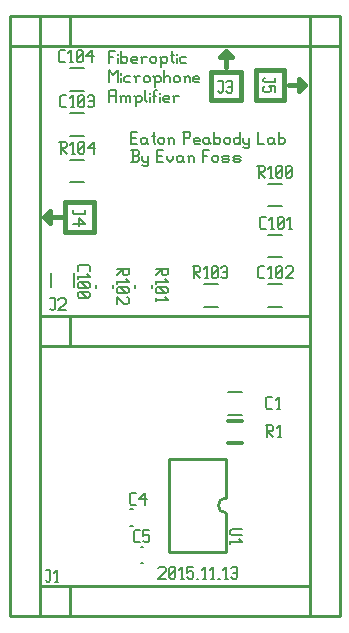
<source format=gto>
G04 start of page 8 for group -4079 idx -4079 *
G04 Title: (unknown), topsilk *
G04 Creator: pcb 20140316 *
G04 CreationDate: Mon 16 Nov 2015 12:26:51 PM GMT UTC *
G04 For: fosse *
G04 Format: Gerber/RS-274X *
G04 PCB-Dimensions (mil): 1250.00 2150.00 *
G04 PCB-Coordinate-Origin: lower left *
%MOIN*%
%FSLAX25Y25*%
%LNTOPSILK*%
%ADD70C,0.0130*%
%ADD69C,0.0080*%
%ADD68C,0.0100*%
%ADD67C,0.0060*%
%ADD66C,0.0150*%
G54D66*X19000Y141500D02*X17000Y143500D01*
X19000Y145500D02*Y141500D01*
X17000Y143500D02*X19000Y145500D01*
X17000Y143500D02*X22500D01*
X24000Y148500D02*Y138500D01*
X33500D01*
Y148500D02*Y138500D01*
X24000Y148500D02*X33500D01*
X87500Y192500D02*X97000D01*
X87500D02*Y182500D01*
X97000D01*
X102000Y189500D02*X104000Y187500D01*
X102000Y189500D02*Y185500D01*
X104000Y187500D02*X102000Y185500D01*
X98500Y187500D02*X104000D01*
X97000Y192500D02*Y182500D01*
X75500Y197000D02*X77500Y199000D01*
X75500Y197000D02*X79500D01*
X72500Y192000D02*X82500D01*
X72500D02*Y182500D01*
X82500D01*
Y192000D02*Y182500D01*
X77500Y199000D02*X79500Y197000D01*
X77500Y199000D02*Y193500D01*
G54D67*X38500Y199000D02*Y195000D01*
Y199000D02*X40500D01*
X38500Y197000D02*X40000D01*
X41700Y198000D02*Y197500D01*
Y196500D02*Y195000D01*
X42700Y199000D02*Y195000D01*
Y195500D02*X43200Y195000D01*
X44200D01*
X44700Y195500D01*
Y196500D02*Y195500D01*
X44200Y197000D02*X44700Y196500D01*
X43200Y197000D02*X44200D01*
X42700Y196500D02*X43200Y197000D01*
X46400Y195000D02*X47900D01*
X45900Y195500D02*X46400Y195000D01*
X45900Y196500D02*Y195500D01*
Y196500D02*X46400Y197000D01*
X47400D01*
X47900Y196500D01*
X45900Y196000D02*X47900D01*
Y196500D02*Y196000D01*
X49600Y196500D02*Y195000D01*
Y196500D02*X50100Y197000D01*
X51100D01*
X49100D02*X49600Y196500D01*
X52300D02*Y195500D01*
Y196500D02*X52800Y197000D01*
X53800D01*
X54300Y196500D01*
Y195500D01*
X53800Y195000D02*X54300Y195500D01*
X52800Y195000D02*X53800D01*
X52300Y195500D02*X52800Y195000D01*
X56000Y196500D02*Y193500D01*
X55500Y197000D02*X56000Y196500D01*
X56500Y197000D01*
X57500D01*
X58000Y196500D01*
Y195500D01*
X57500Y195000D02*X58000Y195500D01*
X56500Y195000D02*X57500D01*
X56000Y195500D02*X56500Y195000D01*
X59700Y199000D02*Y195500D01*
X60200Y195000D01*
X59200Y197500D02*X60200D01*
X61200Y198000D02*Y197500D01*
Y196500D02*Y195000D01*
X62700Y197000D02*X64200D01*
X62200Y196500D02*X62700Y197000D01*
X62200Y196500D02*Y195500D01*
X62700Y195000D01*
X64200D01*
X38500Y192500D02*Y188500D01*
Y192500D02*X40000Y191000D01*
X41500Y192500D01*
Y188500D01*
X42700Y191500D02*Y191000D01*
Y190000D02*Y188500D01*
X44200Y190500D02*X45700D01*
X43700Y190000D02*X44200Y190500D01*
X43700Y190000D02*Y189000D01*
X44200Y188500D01*
X45700D01*
X47400Y190000D02*Y188500D01*
Y190000D02*X47900Y190500D01*
X48900D01*
X46900D02*X47400Y190000D01*
X50100D02*Y189000D01*
Y190000D02*X50600Y190500D01*
X51600D01*
X52100Y190000D01*
Y189000D01*
X51600Y188500D02*X52100Y189000D01*
X50600Y188500D02*X51600D01*
X50100Y189000D02*X50600Y188500D01*
X53800Y190000D02*Y187000D01*
X53300Y190500D02*X53800Y190000D01*
X54300Y190500D01*
X55300D01*
X55800Y190000D01*
Y189000D01*
X55300Y188500D02*X55800Y189000D01*
X54300Y188500D02*X55300D01*
X53800Y189000D02*X54300Y188500D01*
X57000Y192500D02*Y188500D01*
Y190000D02*X57500Y190500D01*
X58500D01*
X59000Y190000D01*
Y188500D01*
X60200Y190000D02*Y189000D01*
Y190000D02*X60700Y190500D01*
X61700D01*
X62200Y190000D01*
Y189000D01*
X61700Y188500D02*X62200Y189000D01*
X60700Y188500D02*X61700D01*
X60200Y189000D02*X60700Y188500D01*
X63900Y190000D02*Y188500D01*
Y190000D02*X64400Y190500D01*
X64900D01*
X65400Y190000D01*
Y188500D01*
X63400Y190500D02*X63900Y190000D01*
X67100Y188500D02*X68600D01*
X66600Y189000D02*X67100Y188500D01*
X66600Y190000D02*Y189000D01*
Y190000D02*X67100Y190500D01*
X68100D01*
X68600Y190000D01*
X66600Y189500D02*X68600D01*
Y190000D02*Y189500D01*
X38500Y185500D02*Y182000D01*
Y185500D02*X39000Y186000D01*
X40500D01*
X41000Y185500D01*
Y182000D01*
X38500Y184000D02*X41000D01*
X42700Y183500D02*Y182000D01*
Y183500D02*X43200Y184000D01*
X43700D01*
X44200Y183500D01*
Y182000D01*
Y183500D02*X44700Y184000D01*
X45200D01*
X45700Y183500D01*
Y182000D01*
X42200Y184000D02*X42700Y183500D01*
X47400D02*Y180500D01*
X46900Y184000D02*X47400Y183500D01*
X47900Y184000D01*
X48900D01*
X49400Y183500D01*
Y182500D01*
X48900Y182000D02*X49400Y182500D01*
X47900Y182000D02*X48900D01*
X47400Y182500D02*X47900Y182000D01*
X50600Y186000D02*Y182500D01*
X51100Y182000D01*
X52100Y185000D02*Y184500D01*
Y183500D02*Y182000D01*
X53600Y185500D02*Y182000D01*
Y185500D02*X54100Y186000D01*
X54600D01*
X53100Y184000D02*X54100D01*
X55600Y185000D02*Y184500D01*
Y183500D02*Y182000D01*
X57100D02*X58600D01*
X56600Y182500D02*X57100Y182000D01*
X56600Y183500D02*Y182500D01*
Y183500D02*X57100Y184000D01*
X58100D01*
X58600Y183500D01*
X56600Y183000D02*X58600D01*
Y183500D02*Y183000D01*
X60300Y183500D02*Y182000D01*
Y183500D02*X60800Y184000D01*
X61800D01*
X59800D02*X60300Y183500D01*
X55000Y26500D02*X55500Y27000D01*
X57000D01*
X57500Y26500D01*
Y25500D01*
X55000Y23000D02*X57500Y25500D01*
X55000Y23000D02*X57500D01*
X58700Y23500D02*X59200Y23000D01*
X58700Y26500D02*Y23500D01*
Y26500D02*X59200Y27000D01*
X60200D01*
X60700Y26500D01*
Y23500D01*
X60200Y23000D02*X60700Y23500D01*
X59200Y23000D02*X60200D01*
X58700Y24000D02*X60700Y26000D01*
X62400Y23000D02*X63400D01*
X62900Y27000D02*Y23000D01*
X61900Y26000D02*X62900Y27000D01*
X64600D02*X66600D01*
X64600D02*Y25000D01*
X65100Y25500D01*
X66100D01*
X66600Y25000D01*
Y23500D01*
X66100Y23000D02*X66600Y23500D01*
X65100Y23000D02*X66100D01*
X64600Y23500D02*X65100Y23000D01*
X67800D02*X68300D01*
X70000D02*X71000D01*
X70500Y27000D02*Y23000D01*
X69500Y26000D02*X70500Y27000D01*
X72700Y23000D02*X73700D01*
X73200Y27000D02*Y23000D01*
X72200Y26000D02*X73200Y27000D01*
X74900Y23000D02*X75400D01*
X77100D02*X78100D01*
X77600Y27000D02*Y23000D01*
X76600Y26000D02*X77600Y27000D01*
X79300Y26500D02*X79800Y27000D01*
X80800D01*
X81300Y26500D01*
Y23500D01*
X80800Y23000D02*X81300Y23500D01*
X79800Y23000D02*X80800D01*
X79300Y23500D02*X79800Y23000D01*
Y25000D02*X81300D01*
X46000Y170000D02*X47500D01*
X46000Y168000D02*X48000D01*
X46000Y172000D02*Y168000D01*
Y172000D02*X48000D01*
X50700Y170000D02*X51200Y169500D01*
X49700Y170000D02*X50700D01*
X49200Y169500D02*X49700Y170000D01*
X49200Y169500D02*Y168500D01*
X49700Y168000D01*
X51200Y170000D02*Y168500D01*
X51700Y168000D01*
X49700D02*X50700D01*
X51200Y168500D01*
X53400Y172000D02*Y168500D01*
X53900Y168000D01*
X52900Y170500D02*X53900D01*
X54900Y169500D02*Y168500D01*
Y169500D02*X55400Y170000D01*
X56400D01*
X56900Y169500D01*
Y168500D01*
X56400Y168000D02*X56900Y168500D01*
X55400Y168000D02*X56400D01*
X54900Y168500D02*X55400Y168000D01*
X58600Y169500D02*Y168000D01*
Y169500D02*X59100Y170000D01*
X59600D01*
X60100Y169500D01*
Y168000D01*
X58100Y170000D02*X58600Y169500D01*
X63600Y172000D02*Y168000D01*
X63100Y172000D02*X65100D01*
X65600Y171500D01*
Y170500D01*
X65100Y170000D02*X65600Y170500D01*
X63600Y170000D02*X65100D01*
X67300Y168000D02*X68800D01*
X66800Y168500D02*X67300Y168000D01*
X66800Y169500D02*Y168500D01*
Y169500D02*X67300Y170000D01*
X68300D01*
X68800Y169500D01*
X66800Y169000D02*X68800D01*
Y169500D02*Y169000D01*
X71500Y170000D02*X72000Y169500D01*
X70500Y170000D02*X71500D01*
X70000Y169500D02*X70500Y170000D01*
X70000Y169500D02*Y168500D01*
X70500Y168000D01*
X72000Y170000D02*Y168500D01*
X72500Y168000D01*
X70500D02*X71500D01*
X72000Y168500D01*
X73700Y172000D02*Y168000D01*
Y168500D02*X74200Y168000D01*
X75200D01*
X75700Y168500D01*
Y169500D02*Y168500D01*
X75200Y170000D02*X75700Y169500D01*
X74200Y170000D02*X75200D01*
X73700Y169500D02*X74200Y170000D01*
X76900Y169500D02*Y168500D01*
Y169500D02*X77400Y170000D01*
X78400D01*
X78900Y169500D01*
Y168500D01*
X78400Y168000D02*X78900Y168500D01*
X77400Y168000D02*X78400D01*
X76900Y168500D02*X77400Y168000D01*
X82100Y172000D02*Y168000D01*
X81600D02*X82100Y168500D01*
X80600Y168000D02*X81600D01*
X80100Y168500D02*X80600Y168000D01*
X80100Y169500D02*Y168500D01*
Y169500D02*X80600Y170000D01*
X81600D01*
X82100Y169500D01*
X83300Y170000D02*Y168500D01*
X83800Y168000D01*
X85300Y170000D02*Y167000D01*
X84800Y166500D02*X85300Y167000D01*
X83800Y166500D02*X84800D01*
X83300Y167000D02*X83800Y166500D01*
Y168000D02*X84800D01*
X85300Y168500D01*
X88300Y172000D02*Y168000D01*
X90300D01*
X93000Y170000D02*X93500Y169500D01*
X92000Y170000D02*X93000D01*
X91500Y169500D02*X92000Y170000D01*
X91500Y169500D02*Y168500D01*
X92000Y168000D01*
X93500Y170000D02*Y168500D01*
X94000Y168000D01*
X92000D02*X93000D01*
X93500Y168500D01*
X95200Y172000D02*Y168000D01*
Y168500D02*X95700Y168000D01*
X96700D01*
X97200Y168500D01*
Y169500D02*Y168500D01*
X96700Y170000D02*X97200Y169500D01*
X95700Y170000D02*X96700D01*
X95200Y169500D02*X95700Y170000D01*
X46000Y162000D02*X48000D01*
X48500Y162500D01*
Y163500D02*Y162500D01*
X48000Y164000D02*X48500Y163500D01*
X46500Y164000D02*X48000D01*
X46500Y166000D02*Y162000D01*
X46000Y166000D02*X48000D01*
X48500Y165500D01*
Y164500D01*
X48000Y164000D02*X48500Y164500D01*
X49700Y164000D02*Y162500D01*
X50200Y162000D01*
X51700Y164000D02*Y161000D01*
X51200Y160500D02*X51700Y161000D01*
X50200Y160500D02*X51200D01*
X49700Y161000D02*X50200Y160500D01*
Y162000D02*X51200D01*
X51700Y162500D01*
X54700Y164000D02*X56200D01*
X54700Y162000D02*X56700D01*
X54700Y166000D02*Y162000D01*
Y166000D02*X56700D01*
X57900Y164000D02*Y163000D01*
X58900Y162000D01*
X59900Y163000D01*
Y164000D02*Y163000D01*
X62600Y164000D02*X63100Y163500D01*
X61600Y164000D02*X62600D01*
X61100Y163500D02*X61600Y164000D01*
X61100Y163500D02*Y162500D01*
X61600Y162000D01*
X63100Y164000D02*Y162500D01*
X63600Y162000D01*
X61600D02*X62600D01*
X63100Y162500D01*
X65300Y163500D02*Y162000D01*
Y163500D02*X65800Y164000D01*
X66300D01*
X66800Y163500D01*
Y162000D01*
X64800Y164000D02*X65300Y163500D01*
X69800Y166000D02*Y162000D01*
Y166000D02*X71800D01*
X69800Y164000D02*X71300D01*
X73000Y163500D02*Y162500D01*
Y163500D02*X73500Y164000D01*
X74500D01*
X75000Y163500D01*
Y162500D01*
X74500Y162000D02*X75000Y162500D01*
X73500Y162000D02*X74500D01*
X73000Y162500D02*X73500Y162000D01*
X76700D02*X78200D01*
X78700Y162500D01*
X78200Y163000D02*X78700Y162500D01*
X76700Y163000D02*X78200D01*
X76200Y163500D02*X76700Y163000D01*
X76200Y163500D02*X76700Y164000D01*
X78200D01*
X78700Y163500D01*
X76200Y162500D02*X76700Y162000D01*
X80400D02*X81900D01*
X82400Y162500D01*
X81900Y163000D02*X82400Y162500D01*
X80400Y163000D02*X81900D01*
X79900Y163500D02*X80400Y163000D01*
X79900Y163500D02*X80400Y164000D01*
X81900D01*
X82400Y163500D01*
X79900Y162500D02*X80400Y162000D01*
G54D68*X105500Y210500D02*Y10500D01*
X115500D01*
Y210500D01*
X105500D01*
Y200500D02*X115500D01*
Y210500D01*
G54D69*X91638Y121240D02*X96362D01*
X91638Y113760D02*X96362D01*
X70138Y121240D02*X74862D01*
X70138Y113760D02*X74862D01*
G54D68*X15500Y100500D02*X105500D01*
Y110500D02*Y100500D01*
X15500Y110500D02*X105500D01*
X15500D02*Y100500D01*
X25500Y110500D02*Y100500D01*
X15500Y110500D02*X25500D01*
G54D69*X25638Y178240D02*X30362D01*
X25638Y170760D02*X30362D01*
X25638Y193240D02*X30362D01*
X25638Y185760D02*X30362D01*
X25638Y162740D02*X30362D01*
X25638Y155260D02*X30362D01*
G54D68*X15500Y200500D02*X105500D01*
Y210500D02*Y200500D01*
X15500Y210500D02*X105500D01*
X15500D02*Y200500D01*
X25500Y210500D02*Y200500D01*
X15500Y210500D02*X25500D01*
G54D69*X26740Y124957D02*Y120233D01*
X19260Y124957D02*Y120233D01*
X39755Y120893D02*Y120107D01*
X34245Y120893D02*Y120107D01*
X52755Y120893D02*Y120107D01*
X47245Y120893D02*Y120107D01*
G54D68*X5500Y210500D02*Y10500D01*
X15500D01*
Y210500D01*
X5500D01*
Y200500D02*X15500D01*
Y210500D01*
G54D69*X91638Y137740D02*X96362D01*
X91638Y130260D02*X96362D01*
X91638Y154740D02*X96362D01*
X91638Y147260D02*X96362D01*
G54D68*X15500Y10500D02*X105500D01*
Y20500D02*Y10500D01*
X15500Y20500D02*X105500D01*
X15500D02*Y10500D01*
X25500Y20500D02*Y10500D01*
X15500Y20500D02*X25500D01*
G54D69*X49107Y33755D02*X49893D01*
X49107Y28245D02*X49893D01*
X45607Y46255D02*X46393D01*
X45607Y40745D02*X46393D01*
G54D68*X77500Y45000D02*Y32000D01*
Y63000D02*Y50000D01*
X58500Y32000D02*X77500D01*
X58500Y63000D02*Y32000D01*
Y63000D02*X77500D01*
Y50000D02*G75*G03X77500Y45000I0J-2500D01*G01*
G54D70*X78138Y68260D02*X82862D01*
X78138Y75740D02*X82862D01*
G54D69*X78147Y85240D02*X82871D01*
X78147Y77760D02*X82871D01*
G54D67*X58150Y126650D02*Y124650D01*
X57650Y124150D01*
X56650D02*X57650D01*
X56150Y124650D02*X56650Y124150D01*
X56150Y126150D02*Y124650D01*
X54150Y126150D02*X58150D01*
X56150D02*X54150Y124150D01*
Y122450D02*Y121450D01*
Y121950D02*X58150D01*
X57150Y122950D02*X58150Y121950D01*
X54650Y120250D02*X54150Y119750D01*
X54650Y120250D02*X57650D01*
X58150Y119750D01*
Y118750D01*
X57650Y118250D01*
X54650D02*X57650D01*
X54150Y118750D02*X54650Y118250D01*
X54150Y119750D02*Y118750D01*
X55150Y120250D02*X57150Y118250D01*
X54150Y116550D02*Y115550D01*
Y116050D02*X58150D01*
X57150Y117050D02*X58150Y116050D01*
X87945Y160650D02*X89945D01*
X90445Y160150D01*
Y159150D01*
X89945Y158650D02*X90445Y159150D01*
X88445Y158650D02*X89945D01*
X88445Y160650D02*Y156650D01*
Y158650D02*X90445Y156650D01*
X92145D02*X93145D01*
X92645Y160650D02*Y156650D01*
X91645Y159650D02*X92645Y160650D01*
X94345Y157150D02*X94845Y156650D01*
X94345Y160150D02*Y157150D01*
Y160150D02*X94845Y160650D01*
X95845D01*
X96345Y160150D01*
Y157150D01*
X95845Y156650D02*X96345Y157150D01*
X94845Y156650D02*X95845D01*
X94345Y157650D02*X96345Y159650D01*
X97545Y157150D02*X98045Y156650D01*
X97545Y160150D02*Y157150D01*
Y160150D02*X98045Y160650D01*
X99045D01*
X99545Y160150D01*
Y157150D01*
X99045Y156650D02*X99545Y157150D01*
X98045Y156650D02*X99045D01*
X97545Y157650D02*X99545Y159650D01*
X79500Y39500D02*X83000D01*
X79500D02*X79000Y39000D01*
Y38000D01*
X79500Y37500D01*
X83000D01*
X79000Y35800D02*Y34800D01*
Y35300D02*X83000D01*
X82000Y36300D02*X83000Y35300D01*
X90850Y74150D02*X92850D01*
X93350Y73650D01*
Y72650D01*
X92850Y72150D02*X93350Y72650D01*
X91350Y72150D02*X92850D01*
X91350Y74150D02*Y70150D01*
Y72150D02*X93350Y70150D01*
X95050D02*X96050D01*
X95550Y74150D02*Y70150D01*
X94550Y73150D02*X95550Y74150D01*
X91359Y79650D02*X92859D01*
X90859Y80150D02*X91359Y79650D01*
X90859Y83150D02*Y80150D01*
Y83150D02*X91359Y83650D01*
X92859D01*
X94559Y79650D02*X95559D01*
X95059Y83650D02*Y79650D01*
X94059Y82650D02*X95059Y83650D01*
X47350Y35150D02*X48850D01*
X46850Y35650D02*X47350Y35150D01*
X46850Y38650D02*Y35650D01*
Y38650D02*X47350Y39150D01*
X48850D01*
X50050D02*X52050D01*
X50050D02*Y37150D01*
X50550Y37650D01*
X51550D01*
X52050Y37150D01*
Y35650D01*
X51550Y35150D02*X52050Y35650D01*
X50550Y35150D02*X51550D01*
X50050Y35650D02*X50550Y35150D01*
X45936Y47650D02*X47436D01*
X45436Y48150D02*X45936Y47650D01*
X45436Y51150D02*Y48150D01*
Y51150D02*X45936Y51650D01*
X47436D01*
X48636Y49650D02*X50636Y51650D01*
X48636Y49650D02*X51136D01*
X50636Y51650D02*Y47650D01*
X28150Y127245D02*Y125745D01*
X28650Y127745D02*X28150Y127245D01*
X28650Y127745D02*X31650D01*
X32150Y127245D01*
Y125745D01*
X28150Y124045D02*Y123045D01*
Y123545D02*X32150D01*
X31150Y124545D02*X32150Y123545D01*
X28650Y121845D02*X28150Y121345D01*
X28650Y121845D02*X31650D01*
X32150Y121345D01*
Y120345D01*
X31650Y119845D01*
X28650D02*X31650D01*
X28150Y120345D02*X28650Y119845D01*
X28150Y121345D02*Y120345D01*
X29150Y121845D02*X31150Y119845D01*
X28650Y118645D02*X28150Y118145D01*
X28650Y118645D02*X31650D01*
X32150Y118145D01*
Y117145D01*
X31650Y116645D01*
X28650D02*X31650D01*
X28150Y117145D02*X28650Y116645D01*
X28150Y118145D02*Y117145D01*
X29150Y118645D02*X31150Y116645D01*
X88850Y123150D02*X90350D01*
X88350Y123650D02*X88850Y123150D01*
X88350Y126650D02*Y123650D01*
Y126650D02*X88850Y127150D01*
X90350D01*
X92050Y123150D02*X93050D01*
X92550Y127150D02*Y123150D01*
X91550Y126150D02*X92550Y127150D01*
X94250Y123650D02*X94750Y123150D01*
X94250Y126650D02*Y123650D01*
Y126650D02*X94750Y127150D01*
X95750D01*
X96250Y126650D01*
Y123650D01*
X95750Y123150D02*X96250Y123650D01*
X94750Y123150D02*X95750D01*
X94250Y124150D02*X96250Y126150D01*
X97450Y126650D02*X97950Y127150D01*
X99450D01*
X99950Y126650D01*
Y125650D01*
X97450Y123150D02*X99950Y125650D01*
X97450Y123150D02*X99950D01*
X66445Y127150D02*X68445D01*
X68945Y126650D01*
Y125650D01*
X68445Y125150D02*X68945Y125650D01*
X66945Y125150D02*X68445D01*
X66945Y127150D02*Y123150D01*
Y125150D02*X68945Y123150D01*
X70645D02*X71645D01*
X71145Y127150D02*Y123150D01*
X70145Y126150D02*X71145Y127150D01*
X72845Y123650D02*X73345Y123150D01*
X72845Y126650D02*Y123650D01*
Y126650D02*X73345Y127150D01*
X74345D01*
X74845Y126650D01*
Y123650D01*
X74345Y123150D02*X74845Y123650D01*
X73345Y123150D02*X74345D01*
X72845Y124150D02*X74845Y126150D01*
X76045Y126650D02*X76545Y127150D01*
X77545D01*
X78045Y126650D01*
Y123650D01*
X77545Y123150D02*X78045Y123650D01*
X76545Y123150D02*X77545D01*
X76045Y123650D02*X76545Y123150D01*
Y125150D02*X78045D01*
X89350Y139650D02*X90850D01*
X88850Y140150D02*X89350Y139650D01*
X88850Y143150D02*Y140150D01*
Y143150D02*X89350Y143650D01*
X90850D01*
X92550Y139650D02*X93550D01*
X93050Y143650D02*Y139650D01*
X92050Y142650D02*X93050Y143650D01*
X94750Y140150D02*X95250Y139650D01*
X94750Y143150D02*Y140150D01*
Y143150D02*X95250Y143650D01*
X96250D01*
X96750Y143150D01*
Y140150D01*
X96250Y139650D02*X96750Y140150D01*
X95250Y139650D02*X96250D01*
X94750Y140650D02*X96750Y142650D01*
X98450Y139650D02*X99450D01*
X98950Y143650D02*Y139650D01*
X97950Y142650D02*X98950Y143650D01*
X22850Y180150D02*X24350D01*
X22350Y180650D02*X22850Y180150D01*
X22350Y183650D02*Y180650D01*
Y183650D02*X22850Y184150D01*
X24350D01*
X26050Y180150D02*X27050D01*
X26550Y184150D02*Y180150D01*
X25550Y183150D02*X26550Y184150D01*
X28250Y180650D02*X28750Y180150D01*
X28250Y183650D02*Y180650D01*
Y183650D02*X28750Y184150D01*
X29750D01*
X30250Y183650D01*
Y180650D01*
X29750Y180150D02*X30250Y180650D01*
X28750Y180150D02*X29750D01*
X28250Y181150D02*X30250Y183150D01*
X31450Y183650D02*X31950Y184150D01*
X32950D01*
X33450Y183650D01*
Y180650D01*
X32950Y180150D02*X33450Y180650D01*
X31950Y180150D02*X32950D01*
X31450Y180650D02*X31950Y180150D01*
Y182150D02*X33450D01*
X22350Y195150D02*X23850D01*
X21850Y195650D02*X22350Y195150D01*
X21850Y198650D02*Y195650D01*
Y198650D02*X22350Y199150D01*
X23850D01*
X25550Y195150D02*X26550D01*
X26050Y199150D02*Y195150D01*
X25050Y198150D02*X26050Y199150D01*
X27750Y195650D02*X28250Y195150D01*
X27750Y198650D02*Y195650D01*
Y198650D02*X28250Y199150D01*
X29250D01*
X29750Y198650D01*
Y195650D01*
X29250Y195150D02*X29750Y195650D01*
X28250Y195150D02*X29250D01*
X27750Y196150D02*X29750Y198150D01*
X30950Y197150D02*X32950Y199150D01*
X30950Y197150D02*X33450D01*
X32950Y199150D02*Y195150D01*
X21945Y168650D02*X23945D01*
X24445Y168150D01*
Y167150D01*
X23945Y166650D02*X24445Y167150D01*
X22445Y166650D02*X23945D01*
X22445Y168650D02*Y164650D01*
Y166650D02*X24445Y164650D01*
X26145D02*X27145D01*
X26645Y168650D02*Y164650D01*
X25645Y167650D02*X26645Y168650D01*
X28345Y165150D02*X28845Y164650D01*
X28345Y168150D02*Y165150D01*
Y168150D02*X28845Y168650D01*
X29845D01*
X30345Y168150D01*
Y165150D01*
X29845Y164650D02*X30345Y165150D01*
X28845Y164650D02*X29845D01*
X28345Y165650D02*X30345Y167650D01*
X31545Y166650D02*X33545Y168650D01*
X31545Y166650D02*X34045D01*
X33545Y168650D02*Y164650D01*
X17500Y26000D02*X19000D01*
Y22500D01*
X18500Y22000D02*X19000Y22500D01*
X18000Y22000D02*X18500D01*
X17500Y22500D02*X18000Y22000D01*
X20700D02*X21700D01*
X21200Y26000D02*Y22000D01*
X20200Y25000D02*X21200Y26000D01*
X19000Y116500D02*X20500D01*
Y113000D01*
X20000Y112500D02*X20500Y113000D01*
X19500Y112500D02*X20000D01*
X19000Y113000D02*X19500Y112500D01*
X21700Y116000D02*X22200Y116500D01*
X23700D01*
X24200Y116000D01*
Y115000D01*
X21700Y112500D02*X24200Y115000D01*
X21700Y112500D02*X24200D01*
X30500Y146000D02*Y144500D01*
X27000D02*X30500D01*
X26500Y145000D02*X27000Y144500D01*
X26500Y145500D02*Y145000D01*
X27000Y146000D02*X26500Y145500D01*
X28500Y143300D02*X30500Y141300D01*
X28500Y143300D02*Y140800D01*
X26500Y141300D02*X30500D01*
X45150Y126650D02*Y124650D01*
X44650Y124150D01*
X43650D02*X44650D01*
X43150Y124650D02*X43650Y124150D01*
X43150Y126150D02*Y124650D01*
X41150Y126150D02*X45150D01*
X43150D02*X41150Y124150D01*
Y122450D02*Y121450D01*
Y121950D02*X45150D01*
X44150Y122950D02*X45150Y121950D01*
X41650Y120250D02*X41150Y119750D01*
X41650Y120250D02*X44650D01*
X45150Y119750D01*
Y118750D01*
X44650Y118250D01*
X41650D02*X44650D01*
X41150Y118750D02*X41650Y118250D01*
X41150Y119750D02*Y118750D01*
X42150Y120250D02*X44150Y118250D01*
X44650Y117050D02*X45150Y116550D01*
Y115050D01*
X44650Y114550D01*
X43650D02*X44650D01*
X41150Y117050D02*X43650Y114550D01*
X41150Y117050D02*Y114550D01*
X94000Y190000D02*Y188500D01*
X90500D02*X94000D01*
X90000Y189000D02*X90500Y188500D01*
X90000Y189500D02*Y189000D01*
X90500Y190000D02*X90000Y189500D01*
X94000Y187300D02*Y185300D01*
X92000Y187300D02*X94000D01*
X92000D02*X92500Y186800D01*
Y185800D01*
X92000Y185300D01*
X90500D02*X92000D01*
X90000Y185800D02*X90500Y185300D01*
X90000Y186800D02*Y185800D01*
X90500Y187300D02*X90000Y186800D01*
X75000Y189000D02*X76500D01*
Y185500D01*
X76000Y185000D02*X76500Y185500D01*
X75500Y185000D02*X76000D01*
X75000Y185500D02*X75500Y185000D01*
X77700Y188500D02*X78200Y189000D01*
X79200D01*
X79700Y188500D01*
Y185500D01*
X79200Y185000D02*X79700Y185500D01*
X78200Y185000D02*X79200D01*
X77700Y185500D02*X78200Y185000D01*
Y187000D02*X79700D01*
M02*

</source>
